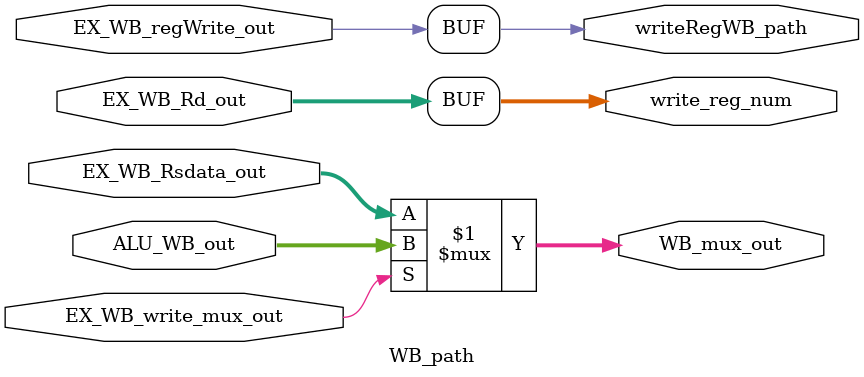
<source format=v>
module WB_path(input [7:0] ALU_WB_out,
  input [7:0] EX_WB_Rsdata_out,
  input [2:0] EX_WB_Rd_out,
  input EX_WB_write_mux_out,EX_WB_regWrite_out,
  output [7:0] WB_mux_out,
  output writeRegWB_path,
  output [2:0] write_reg_num);
  
  
  
  assign WB_mux_out = ( EX_WB_write_mux_out) ? ALU_WB_out : EX_WB_Rsdata_out;
  
  assign writeRegWB_path = EX_WB_regWrite_out;
  
  assign write_reg_num = EX_WB_Rd_out;
  
endmodule
</source>
